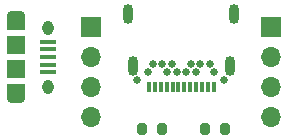
<source format=gbr>
%TF.GenerationSoftware,KiCad,Pcbnew,(6.0.0)*%
%TF.CreationDate,2022-07-25T11:20:30-04:00*%
%TF.ProjectId,dual_model_u,6475616c-5f6d-46f6-9465-6c5f752e6b69,rev?*%
%TF.SameCoordinates,Original*%
%TF.FileFunction,Soldermask,Top*%
%TF.FilePolarity,Negative*%
%FSLAX46Y46*%
G04 Gerber Fmt 4.6, Leading zero omitted, Abs format (unit mm)*
G04 Created by KiCad (PCBNEW (6.0.0)) date 2022-07-25 11:20:30*
%MOMM*%
%LPD*%
G01*
G04 APERTURE LIST*
G04 Aperture macros list*
%AMRoundRect*
0 Rectangle with rounded corners*
0 $1 Rounding radius*
0 $2 $3 $4 $5 $6 $7 $8 $9 X,Y pos of 4 corners*
0 Add a 4 corners polygon primitive as box body*
4,1,4,$2,$3,$4,$5,$6,$7,$8,$9,$2,$3,0*
0 Add four circle primitives for the rounded corners*
1,1,$1+$1,$2,$3*
1,1,$1+$1,$4,$5*
1,1,$1+$1,$6,$7*
1,1,$1+$1,$8,$9*
0 Add four rect primitives between the rounded corners*
20,1,$1+$1,$2,$3,$4,$5,0*
20,1,$1+$1,$4,$5,$6,$7,0*
20,1,$1+$1,$6,$7,$8,$9,0*
20,1,$1+$1,$8,$9,$2,$3,0*%
G04 Aperture macros list end*
%ADD10RoundRect,0.200000X-0.200000X-0.275000X0.200000X-0.275000X0.200000X0.275000X-0.200000X0.275000X0*%
%ADD11C,0.675000*%
%ADD12R,0.300000X0.900000*%
%ADD13C,0.640000*%
%ADD14O,0.850000X1.700000*%
%ADD15R,1.350000X0.400000*%
%ADD16O,0.950000X1.250000*%
%ADD17R,1.550000X1.500000*%
%ADD18R,1.550000X1.200000*%
%ADD19O,1.550000X0.890000*%
%ADD20R,1.700000X1.700000*%
%ADD21O,1.700000X1.700000*%
%ADD22RoundRect,0.200000X0.200000X0.275000X-0.200000X0.275000X-0.200000X-0.275000X0.200000X-0.275000X0*%
G04 APERTURE END LIST*
D10*
%TO.C,R1*%
X162052000Y-115316000D03*
X163702000Y-115316000D03*
%TD*%
D11*
%TO.C,J1*%
X163620245Y-111172847D03*
X156270245Y-111172847D03*
D12*
X162770245Y-111732847D03*
X162270245Y-111732847D03*
X161770245Y-111732847D03*
X161270245Y-111732847D03*
X160770245Y-111732847D03*
X160270245Y-111732847D03*
X159770245Y-111732847D03*
X159270245Y-111732847D03*
X158770245Y-111732847D03*
X158270245Y-111732847D03*
X157770245Y-111732847D03*
X157270245Y-111732847D03*
D13*
X157220245Y-110522847D03*
X157620245Y-109822847D03*
X158420245Y-109822847D03*
X158820245Y-110522847D03*
X159220245Y-109822847D03*
X159620245Y-110522847D03*
X160420245Y-110522847D03*
X160820245Y-109822847D03*
X161220245Y-110522847D03*
X161620245Y-109822847D03*
X162420245Y-109822847D03*
X162820245Y-110522847D03*
D14*
X155900245Y-109932847D03*
X164140245Y-109932847D03*
X155540245Y-105532847D03*
X164510245Y-105532847D03*
%TD*%
D15*
%TO.C,J2*%
X148720000Y-107920000D03*
X148720000Y-108570000D03*
X148720000Y-109220000D03*
X148720000Y-109870000D03*
X148720000Y-110520000D03*
D16*
X148720000Y-106720000D03*
D17*
X146020000Y-108220000D03*
D18*
X146020000Y-112120000D03*
D16*
X148720000Y-111720000D03*
D19*
X146020000Y-112720000D03*
D18*
X146020000Y-106320000D03*
D19*
X146020000Y-105720000D03*
D17*
X146020000Y-110220000D03*
%TD*%
D20*
%TO.C,J4*%
X152400000Y-106680000D03*
D21*
X152400000Y-109220000D03*
X152400000Y-111760000D03*
X152400000Y-114300000D03*
%TD*%
D20*
%TO.C,J3*%
X167640000Y-106680000D03*
D21*
X167640000Y-109220000D03*
X167640000Y-111760000D03*
X167640000Y-114300000D03*
%TD*%
D22*
%TO.C,R2*%
X158368000Y-115316000D03*
X156718000Y-115316000D03*
%TD*%
M02*

</source>
